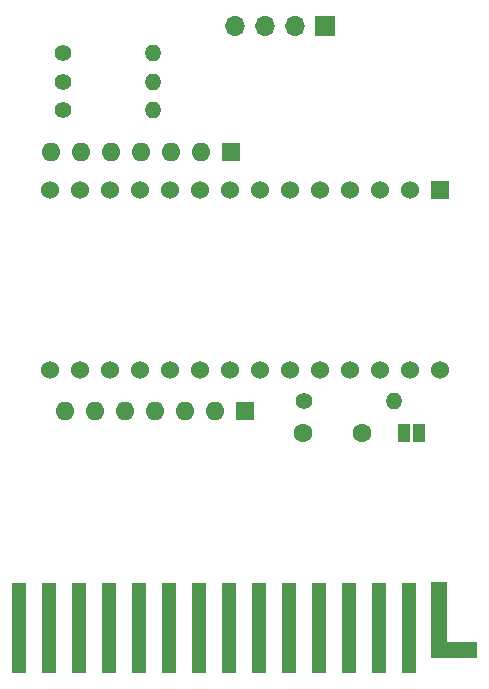
<source format=gts>
G04 #@! TF.GenerationSoftware,KiCad,Pcbnew,(5.1.8)-1*
G04 #@! TF.CreationDate,2021-12-18T01:10:41-08:00*
G04 #@! TF.ProjectId,ensoniq-cartridge,656e736f-6e69-4712-9d63-617274726964,rev?*
G04 #@! TF.SameCoordinates,Original*
G04 #@! TF.FileFunction,Soldermask,Top*
G04 #@! TF.FilePolarity,Negative*
%FSLAX46Y46*%
G04 Gerber Fmt 4.6, Leading zero omitted, Abs format (unit mm)*
G04 Created by KiCad (PCBNEW (5.1.8)-1) date 2021-12-18 01:10:41*
%MOMM*%
%LPD*%
G01*
G04 APERTURE LIST*
%ADD10R,1.524000X1.524000*%
%ADD11C,1.524000*%
%ADD12O,1.400000X1.400000*%
%ADD13C,1.400000*%
%ADD14C,1.600000*%
%ADD15C,0.100000*%
%ADD16R,1.270000X7.620000*%
%ADD17R,1.000000X1.500000*%
%ADD18O,1.700000X1.700000*%
%ADD19R,1.700000X1.700000*%
%ADD20R,1.600000X1.600000*%
%ADD21O,1.600000X1.600000*%
G04 APERTURE END LIST*
D10*
X137833100Y-92468700D03*
D11*
X135293100Y-92468700D03*
X132753100Y-92468700D03*
X130213100Y-92468700D03*
X127673100Y-92468700D03*
X125133100Y-92468700D03*
X122593100Y-92468700D03*
X120053100Y-92468700D03*
X117513100Y-92468700D03*
X114973100Y-92468700D03*
X112433100Y-92468700D03*
X109893100Y-92468700D03*
X107353100Y-92468700D03*
X104813100Y-92468700D03*
X104813100Y-107708700D03*
X107353100Y-107708700D03*
X109893100Y-107708700D03*
X112433100Y-107708700D03*
X114973100Y-107708700D03*
X117513100Y-107708700D03*
X120053100Y-107708700D03*
X122593100Y-107708700D03*
X125133100Y-107708700D03*
X127673100Y-107708700D03*
X130213100Y-107708700D03*
X132753100Y-107708700D03*
X135293100Y-107708700D03*
X137833100Y-107708700D03*
D12*
X113538000Y-83312000D03*
D13*
X105918000Y-83312000D03*
D12*
X113538000Y-80899000D03*
D13*
X105918000Y-80899000D03*
D12*
X113538000Y-85725000D03*
D13*
X105918000Y-85725000D03*
D14*
X131288800Y-113080800D03*
X126288800Y-113080800D03*
D15*
G36*
X138439755Y-125680961D02*
G01*
X138449134Y-125683806D01*
X138457779Y-125688427D01*
X138465355Y-125694645D01*
X138471573Y-125702221D01*
X138476194Y-125710866D01*
X138479039Y-125720245D01*
X138480000Y-125730000D01*
X138480000Y-130760000D01*
X140970000Y-130760000D01*
X140979755Y-130760961D01*
X140989134Y-130763806D01*
X140997779Y-130768427D01*
X141005355Y-130774645D01*
X141011573Y-130782221D01*
X141016194Y-130790866D01*
X141019039Y-130800245D01*
X141020000Y-130810000D01*
X141020000Y-132080000D01*
X141019039Y-132089755D01*
X141016194Y-132099134D01*
X141011573Y-132107779D01*
X141005355Y-132115355D01*
X140997779Y-132121573D01*
X140989134Y-132126194D01*
X140979755Y-132129039D01*
X140970000Y-132130000D01*
X137160000Y-132130000D01*
X137150245Y-132129039D01*
X137140866Y-132126194D01*
X137132221Y-132121573D01*
X137124645Y-132115355D01*
X137118427Y-132107779D01*
X137113806Y-132099134D01*
X137110961Y-132089755D01*
X137110000Y-132080000D01*
X137110000Y-125730000D01*
X137110961Y-125720245D01*
X137113806Y-125710866D01*
X137118427Y-125702221D01*
X137124645Y-125694645D01*
X137132221Y-125688427D01*
X137140866Y-125683806D01*
X137150245Y-125680961D01*
X137160000Y-125680000D01*
X138430000Y-125680000D01*
X138439755Y-125680961D01*
G37*
D16*
X135255000Y-129540000D03*
X132715000Y-129540000D03*
X130175000Y-129540000D03*
X127635000Y-129540000D03*
X125095000Y-129540000D03*
X122555000Y-129540000D03*
X120015000Y-129540000D03*
X117475000Y-129540000D03*
X114935000Y-129540000D03*
X112395000Y-129540000D03*
X109855000Y-129540000D03*
X107315000Y-129540000D03*
X104775000Y-129540000D03*
X102235000Y-129540000D03*
D12*
X133959600Y-110388400D03*
D13*
X126339600Y-110388400D03*
D17*
X134793200Y-113080800D03*
X136093200Y-113080800D03*
D18*
X120548400Y-78587600D03*
X123088400Y-78587600D03*
X125628400Y-78587600D03*
D19*
X128168400Y-78587600D03*
D20*
X121386600Y-111201200D03*
D21*
X118846600Y-111201200D03*
X116306600Y-111201200D03*
X113766600Y-111201200D03*
X111226600Y-111201200D03*
X108686600Y-111201200D03*
X106146600Y-111201200D03*
X104902000Y-89306400D03*
X107442000Y-89306400D03*
X109982000Y-89306400D03*
X112522000Y-89306400D03*
X115062000Y-89306400D03*
X117602000Y-89306400D03*
D20*
X120142000Y-89306400D03*
M02*

</source>
